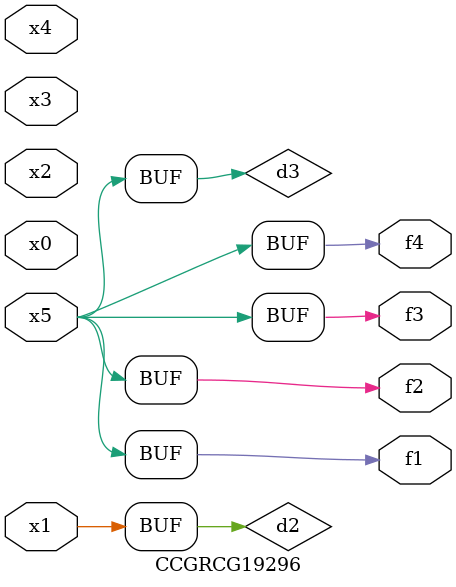
<source format=v>
module CCGRCG19296(
	input x0, x1, x2, x3, x4, x5,
	output f1, f2, f3, f4
);

	wire d1, d2, d3;

	not (d1, x5);
	or (d2, x1);
	xnor (d3, d1);
	assign f1 = d3;
	assign f2 = d3;
	assign f3 = d3;
	assign f4 = d3;
endmodule

</source>
